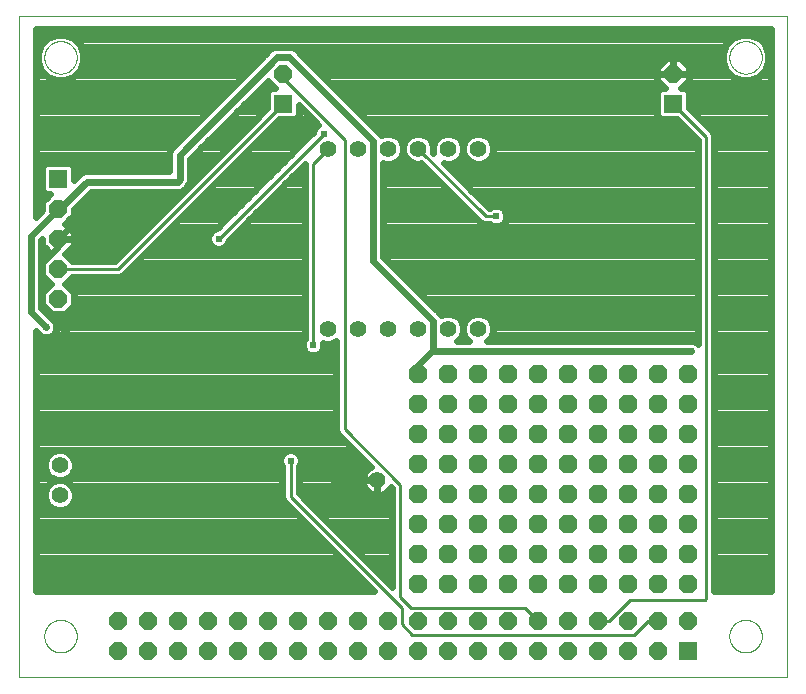
<source format=gtl>
G75*
%MOIN*%
%OFA0B0*%
%FSLAX25Y25*%
%IPPOS*%
%LPD*%
%AMOC8*
5,1,8,0,0,1.08239X$1,22.5*
%
%ADD10C,0.00000*%
%ADD11R,0.06000X0.06000*%
%ADD12OC8,0.06000*%
%ADD13C,0.05600*%
%ADD14C,0.05543*%
%ADD15OC8,0.06300*%
%ADD16C,0.01000*%
%ADD17C,0.02400*%
%ADD18C,0.02400*%
D10*
X0001000Y0001000D02*
X0256906Y0001000D01*
X0256906Y0221472D01*
X0001000Y0221472D01*
X0001000Y0001000D01*
X0009367Y0014780D02*
X0009369Y0014927D01*
X0009375Y0015073D01*
X0009385Y0015219D01*
X0009399Y0015365D01*
X0009417Y0015511D01*
X0009438Y0015656D01*
X0009464Y0015800D01*
X0009494Y0015944D01*
X0009527Y0016086D01*
X0009564Y0016228D01*
X0009605Y0016369D01*
X0009650Y0016508D01*
X0009699Y0016647D01*
X0009751Y0016784D01*
X0009808Y0016919D01*
X0009867Y0017053D01*
X0009931Y0017185D01*
X0009998Y0017315D01*
X0010068Y0017444D01*
X0010142Y0017571D01*
X0010219Y0017695D01*
X0010300Y0017818D01*
X0010384Y0017938D01*
X0010471Y0018056D01*
X0010561Y0018171D01*
X0010654Y0018284D01*
X0010751Y0018395D01*
X0010850Y0018503D01*
X0010952Y0018608D01*
X0011057Y0018710D01*
X0011165Y0018809D01*
X0011276Y0018906D01*
X0011389Y0018999D01*
X0011504Y0019089D01*
X0011622Y0019176D01*
X0011742Y0019260D01*
X0011865Y0019341D01*
X0011989Y0019418D01*
X0012116Y0019492D01*
X0012245Y0019562D01*
X0012375Y0019629D01*
X0012507Y0019693D01*
X0012641Y0019752D01*
X0012776Y0019809D01*
X0012913Y0019861D01*
X0013052Y0019910D01*
X0013191Y0019955D01*
X0013332Y0019996D01*
X0013474Y0020033D01*
X0013616Y0020066D01*
X0013760Y0020096D01*
X0013904Y0020122D01*
X0014049Y0020143D01*
X0014195Y0020161D01*
X0014341Y0020175D01*
X0014487Y0020185D01*
X0014633Y0020191D01*
X0014780Y0020193D01*
X0014927Y0020191D01*
X0015073Y0020185D01*
X0015219Y0020175D01*
X0015365Y0020161D01*
X0015511Y0020143D01*
X0015656Y0020122D01*
X0015800Y0020096D01*
X0015944Y0020066D01*
X0016086Y0020033D01*
X0016228Y0019996D01*
X0016369Y0019955D01*
X0016508Y0019910D01*
X0016647Y0019861D01*
X0016784Y0019809D01*
X0016919Y0019752D01*
X0017053Y0019693D01*
X0017185Y0019629D01*
X0017315Y0019562D01*
X0017444Y0019492D01*
X0017571Y0019418D01*
X0017695Y0019341D01*
X0017818Y0019260D01*
X0017938Y0019176D01*
X0018056Y0019089D01*
X0018171Y0018999D01*
X0018284Y0018906D01*
X0018395Y0018809D01*
X0018503Y0018710D01*
X0018608Y0018608D01*
X0018710Y0018503D01*
X0018809Y0018395D01*
X0018906Y0018284D01*
X0018999Y0018171D01*
X0019089Y0018056D01*
X0019176Y0017938D01*
X0019260Y0017818D01*
X0019341Y0017695D01*
X0019418Y0017571D01*
X0019492Y0017444D01*
X0019562Y0017315D01*
X0019629Y0017185D01*
X0019693Y0017053D01*
X0019752Y0016919D01*
X0019809Y0016784D01*
X0019861Y0016647D01*
X0019910Y0016508D01*
X0019955Y0016369D01*
X0019996Y0016228D01*
X0020033Y0016086D01*
X0020066Y0015944D01*
X0020096Y0015800D01*
X0020122Y0015656D01*
X0020143Y0015511D01*
X0020161Y0015365D01*
X0020175Y0015219D01*
X0020185Y0015073D01*
X0020191Y0014927D01*
X0020193Y0014780D01*
X0020191Y0014633D01*
X0020185Y0014487D01*
X0020175Y0014341D01*
X0020161Y0014195D01*
X0020143Y0014049D01*
X0020122Y0013904D01*
X0020096Y0013760D01*
X0020066Y0013616D01*
X0020033Y0013474D01*
X0019996Y0013332D01*
X0019955Y0013191D01*
X0019910Y0013052D01*
X0019861Y0012913D01*
X0019809Y0012776D01*
X0019752Y0012641D01*
X0019693Y0012507D01*
X0019629Y0012375D01*
X0019562Y0012245D01*
X0019492Y0012116D01*
X0019418Y0011989D01*
X0019341Y0011865D01*
X0019260Y0011742D01*
X0019176Y0011622D01*
X0019089Y0011504D01*
X0018999Y0011389D01*
X0018906Y0011276D01*
X0018809Y0011165D01*
X0018710Y0011057D01*
X0018608Y0010952D01*
X0018503Y0010850D01*
X0018395Y0010751D01*
X0018284Y0010654D01*
X0018171Y0010561D01*
X0018056Y0010471D01*
X0017938Y0010384D01*
X0017818Y0010300D01*
X0017695Y0010219D01*
X0017571Y0010142D01*
X0017444Y0010068D01*
X0017315Y0009998D01*
X0017185Y0009931D01*
X0017053Y0009867D01*
X0016919Y0009808D01*
X0016784Y0009751D01*
X0016647Y0009699D01*
X0016508Y0009650D01*
X0016369Y0009605D01*
X0016228Y0009564D01*
X0016086Y0009527D01*
X0015944Y0009494D01*
X0015800Y0009464D01*
X0015656Y0009438D01*
X0015511Y0009417D01*
X0015365Y0009399D01*
X0015219Y0009385D01*
X0015073Y0009375D01*
X0014927Y0009369D01*
X0014780Y0009367D01*
X0014633Y0009369D01*
X0014487Y0009375D01*
X0014341Y0009385D01*
X0014195Y0009399D01*
X0014049Y0009417D01*
X0013904Y0009438D01*
X0013760Y0009464D01*
X0013616Y0009494D01*
X0013474Y0009527D01*
X0013332Y0009564D01*
X0013191Y0009605D01*
X0013052Y0009650D01*
X0012913Y0009699D01*
X0012776Y0009751D01*
X0012641Y0009808D01*
X0012507Y0009867D01*
X0012375Y0009931D01*
X0012245Y0009998D01*
X0012116Y0010068D01*
X0011989Y0010142D01*
X0011865Y0010219D01*
X0011742Y0010300D01*
X0011622Y0010384D01*
X0011504Y0010471D01*
X0011389Y0010561D01*
X0011276Y0010654D01*
X0011165Y0010751D01*
X0011057Y0010850D01*
X0010952Y0010952D01*
X0010850Y0011057D01*
X0010751Y0011165D01*
X0010654Y0011276D01*
X0010561Y0011389D01*
X0010471Y0011504D01*
X0010384Y0011622D01*
X0010300Y0011742D01*
X0010219Y0011865D01*
X0010142Y0011989D01*
X0010068Y0012116D01*
X0009998Y0012245D01*
X0009931Y0012375D01*
X0009867Y0012507D01*
X0009808Y0012641D01*
X0009751Y0012776D01*
X0009699Y0012913D01*
X0009650Y0013052D01*
X0009605Y0013191D01*
X0009564Y0013332D01*
X0009527Y0013474D01*
X0009494Y0013616D01*
X0009464Y0013760D01*
X0009438Y0013904D01*
X0009417Y0014049D01*
X0009399Y0014195D01*
X0009385Y0014341D01*
X0009375Y0014487D01*
X0009369Y0014633D01*
X0009367Y0014780D01*
X0009367Y0207693D02*
X0009369Y0207840D01*
X0009375Y0207986D01*
X0009385Y0208132D01*
X0009399Y0208278D01*
X0009417Y0208424D01*
X0009438Y0208569D01*
X0009464Y0208713D01*
X0009494Y0208857D01*
X0009527Y0208999D01*
X0009564Y0209141D01*
X0009605Y0209282D01*
X0009650Y0209421D01*
X0009699Y0209560D01*
X0009751Y0209697D01*
X0009808Y0209832D01*
X0009867Y0209966D01*
X0009931Y0210098D01*
X0009998Y0210228D01*
X0010068Y0210357D01*
X0010142Y0210484D01*
X0010219Y0210608D01*
X0010300Y0210731D01*
X0010384Y0210851D01*
X0010471Y0210969D01*
X0010561Y0211084D01*
X0010654Y0211197D01*
X0010751Y0211308D01*
X0010850Y0211416D01*
X0010952Y0211521D01*
X0011057Y0211623D01*
X0011165Y0211722D01*
X0011276Y0211819D01*
X0011389Y0211912D01*
X0011504Y0212002D01*
X0011622Y0212089D01*
X0011742Y0212173D01*
X0011865Y0212254D01*
X0011989Y0212331D01*
X0012116Y0212405D01*
X0012245Y0212475D01*
X0012375Y0212542D01*
X0012507Y0212606D01*
X0012641Y0212665D01*
X0012776Y0212722D01*
X0012913Y0212774D01*
X0013052Y0212823D01*
X0013191Y0212868D01*
X0013332Y0212909D01*
X0013474Y0212946D01*
X0013616Y0212979D01*
X0013760Y0213009D01*
X0013904Y0213035D01*
X0014049Y0213056D01*
X0014195Y0213074D01*
X0014341Y0213088D01*
X0014487Y0213098D01*
X0014633Y0213104D01*
X0014780Y0213106D01*
X0014927Y0213104D01*
X0015073Y0213098D01*
X0015219Y0213088D01*
X0015365Y0213074D01*
X0015511Y0213056D01*
X0015656Y0213035D01*
X0015800Y0213009D01*
X0015944Y0212979D01*
X0016086Y0212946D01*
X0016228Y0212909D01*
X0016369Y0212868D01*
X0016508Y0212823D01*
X0016647Y0212774D01*
X0016784Y0212722D01*
X0016919Y0212665D01*
X0017053Y0212606D01*
X0017185Y0212542D01*
X0017315Y0212475D01*
X0017444Y0212405D01*
X0017571Y0212331D01*
X0017695Y0212254D01*
X0017818Y0212173D01*
X0017938Y0212089D01*
X0018056Y0212002D01*
X0018171Y0211912D01*
X0018284Y0211819D01*
X0018395Y0211722D01*
X0018503Y0211623D01*
X0018608Y0211521D01*
X0018710Y0211416D01*
X0018809Y0211308D01*
X0018906Y0211197D01*
X0018999Y0211084D01*
X0019089Y0210969D01*
X0019176Y0210851D01*
X0019260Y0210731D01*
X0019341Y0210608D01*
X0019418Y0210484D01*
X0019492Y0210357D01*
X0019562Y0210228D01*
X0019629Y0210098D01*
X0019693Y0209966D01*
X0019752Y0209832D01*
X0019809Y0209697D01*
X0019861Y0209560D01*
X0019910Y0209421D01*
X0019955Y0209282D01*
X0019996Y0209141D01*
X0020033Y0208999D01*
X0020066Y0208857D01*
X0020096Y0208713D01*
X0020122Y0208569D01*
X0020143Y0208424D01*
X0020161Y0208278D01*
X0020175Y0208132D01*
X0020185Y0207986D01*
X0020191Y0207840D01*
X0020193Y0207693D01*
X0020191Y0207546D01*
X0020185Y0207400D01*
X0020175Y0207254D01*
X0020161Y0207108D01*
X0020143Y0206962D01*
X0020122Y0206817D01*
X0020096Y0206673D01*
X0020066Y0206529D01*
X0020033Y0206387D01*
X0019996Y0206245D01*
X0019955Y0206104D01*
X0019910Y0205965D01*
X0019861Y0205826D01*
X0019809Y0205689D01*
X0019752Y0205554D01*
X0019693Y0205420D01*
X0019629Y0205288D01*
X0019562Y0205158D01*
X0019492Y0205029D01*
X0019418Y0204902D01*
X0019341Y0204778D01*
X0019260Y0204655D01*
X0019176Y0204535D01*
X0019089Y0204417D01*
X0018999Y0204302D01*
X0018906Y0204189D01*
X0018809Y0204078D01*
X0018710Y0203970D01*
X0018608Y0203865D01*
X0018503Y0203763D01*
X0018395Y0203664D01*
X0018284Y0203567D01*
X0018171Y0203474D01*
X0018056Y0203384D01*
X0017938Y0203297D01*
X0017818Y0203213D01*
X0017695Y0203132D01*
X0017571Y0203055D01*
X0017444Y0202981D01*
X0017315Y0202911D01*
X0017185Y0202844D01*
X0017053Y0202780D01*
X0016919Y0202721D01*
X0016784Y0202664D01*
X0016647Y0202612D01*
X0016508Y0202563D01*
X0016369Y0202518D01*
X0016228Y0202477D01*
X0016086Y0202440D01*
X0015944Y0202407D01*
X0015800Y0202377D01*
X0015656Y0202351D01*
X0015511Y0202330D01*
X0015365Y0202312D01*
X0015219Y0202298D01*
X0015073Y0202288D01*
X0014927Y0202282D01*
X0014780Y0202280D01*
X0014633Y0202282D01*
X0014487Y0202288D01*
X0014341Y0202298D01*
X0014195Y0202312D01*
X0014049Y0202330D01*
X0013904Y0202351D01*
X0013760Y0202377D01*
X0013616Y0202407D01*
X0013474Y0202440D01*
X0013332Y0202477D01*
X0013191Y0202518D01*
X0013052Y0202563D01*
X0012913Y0202612D01*
X0012776Y0202664D01*
X0012641Y0202721D01*
X0012507Y0202780D01*
X0012375Y0202844D01*
X0012245Y0202911D01*
X0012116Y0202981D01*
X0011989Y0203055D01*
X0011865Y0203132D01*
X0011742Y0203213D01*
X0011622Y0203297D01*
X0011504Y0203384D01*
X0011389Y0203474D01*
X0011276Y0203567D01*
X0011165Y0203664D01*
X0011057Y0203763D01*
X0010952Y0203865D01*
X0010850Y0203970D01*
X0010751Y0204078D01*
X0010654Y0204189D01*
X0010561Y0204302D01*
X0010471Y0204417D01*
X0010384Y0204535D01*
X0010300Y0204655D01*
X0010219Y0204778D01*
X0010142Y0204902D01*
X0010068Y0205029D01*
X0009998Y0205158D01*
X0009931Y0205288D01*
X0009867Y0205420D01*
X0009808Y0205554D01*
X0009751Y0205689D01*
X0009699Y0205826D01*
X0009650Y0205965D01*
X0009605Y0206104D01*
X0009564Y0206245D01*
X0009527Y0206387D01*
X0009494Y0206529D01*
X0009464Y0206673D01*
X0009438Y0206817D01*
X0009417Y0206962D01*
X0009399Y0207108D01*
X0009385Y0207254D01*
X0009375Y0207400D01*
X0009369Y0207546D01*
X0009367Y0207693D01*
X0237713Y0207693D02*
X0237715Y0207840D01*
X0237721Y0207986D01*
X0237731Y0208132D01*
X0237745Y0208278D01*
X0237763Y0208424D01*
X0237784Y0208569D01*
X0237810Y0208713D01*
X0237840Y0208857D01*
X0237873Y0208999D01*
X0237910Y0209141D01*
X0237951Y0209282D01*
X0237996Y0209421D01*
X0238045Y0209560D01*
X0238097Y0209697D01*
X0238154Y0209832D01*
X0238213Y0209966D01*
X0238277Y0210098D01*
X0238344Y0210228D01*
X0238414Y0210357D01*
X0238488Y0210484D01*
X0238565Y0210608D01*
X0238646Y0210731D01*
X0238730Y0210851D01*
X0238817Y0210969D01*
X0238907Y0211084D01*
X0239000Y0211197D01*
X0239097Y0211308D01*
X0239196Y0211416D01*
X0239298Y0211521D01*
X0239403Y0211623D01*
X0239511Y0211722D01*
X0239622Y0211819D01*
X0239735Y0211912D01*
X0239850Y0212002D01*
X0239968Y0212089D01*
X0240088Y0212173D01*
X0240211Y0212254D01*
X0240335Y0212331D01*
X0240462Y0212405D01*
X0240591Y0212475D01*
X0240721Y0212542D01*
X0240853Y0212606D01*
X0240987Y0212665D01*
X0241122Y0212722D01*
X0241259Y0212774D01*
X0241398Y0212823D01*
X0241537Y0212868D01*
X0241678Y0212909D01*
X0241820Y0212946D01*
X0241962Y0212979D01*
X0242106Y0213009D01*
X0242250Y0213035D01*
X0242395Y0213056D01*
X0242541Y0213074D01*
X0242687Y0213088D01*
X0242833Y0213098D01*
X0242979Y0213104D01*
X0243126Y0213106D01*
X0243273Y0213104D01*
X0243419Y0213098D01*
X0243565Y0213088D01*
X0243711Y0213074D01*
X0243857Y0213056D01*
X0244002Y0213035D01*
X0244146Y0213009D01*
X0244290Y0212979D01*
X0244432Y0212946D01*
X0244574Y0212909D01*
X0244715Y0212868D01*
X0244854Y0212823D01*
X0244993Y0212774D01*
X0245130Y0212722D01*
X0245265Y0212665D01*
X0245399Y0212606D01*
X0245531Y0212542D01*
X0245661Y0212475D01*
X0245790Y0212405D01*
X0245917Y0212331D01*
X0246041Y0212254D01*
X0246164Y0212173D01*
X0246284Y0212089D01*
X0246402Y0212002D01*
X0246517Y0211912D01*
X0246630Y0211819D01*
X0246741Y0211722D01*
X0246849Y0211623D01*
X0246954Y0211521D01*
X0247056Y0211416D01*
X0247155Y0211308D01*
X0247252Y0211197D01*
X0247345Y0211084D01*
X0247435Y0210969D01*
X0247522Y0210851D01*
X0247606Y0210731D01*
X0247687Y0210608D01*
X0247764Y0210484D01*
X0247838Y0210357D01*
X0247908Y0210228D01*
X0247975Y0210098D01*
X0248039Y0209966D01*
X0248098Y0209832D01*
X0248155Y0209697D01*
X0248207Y0209560D01*
X0248256Y0209421D01*
X0248301Y0209282D01*
X0248342Y0209141D01*
X0248379Y0208999D01*
X0248412Y0208857D01*
X0248442Y0208713D01*
X0248468Y0208569D01*
X0248489Y0208424D01*
X0248507Y0208278D01*
X0248521Y0208132D01*
X0248531Y0207986D01*
X0248537Y0207840D01*
X0248539Y0207693D01*
X0248537Y0207546D01*
X0248531Y0207400D01*
X0248521Y0207254D01*
X0248507Y0207108D01*
X0248489Y0206962D01*
X0248468Y0206817D01*
X0248442Y0206673D01*
X0248412Y0206529D01*
X0248379Y0206387D01*
X0248342Y0206245D01*
X0248301Y0206104D01*
X0248256Y0205965D01*
X0248207Y0205826D01*
X0248155Y0205689D01*
X0248098Y0205554D01*
X0248039Y0205420D01*
X0247975Y0205288D01*
X0247908Y0205158D01*
X0247838Y0205029D01*
X0247764Y0204902D01*
X0247687Y0204778D01*
X0247606Y0204655D01*
X0247522Y0204535D01*
X0247435Y0204417D01*
X0247345Y0204302D01*
X0247252Y0204189D01*
X0247155Y0204078D01*
X0247056Y0203970D01*
X0246954Y0203865D01*
X0246849Y0203763D01*
X0246741Y0203664D01*
X0246630Y0203567D01*
X0246517Y0203474D01*
X0246402Y0203384D01*
X0246284Y0203297D01*
X0246164Y0203213D01*
X0246041Y0203132D01*
X0245917Y0203055D01*
X0245790Y0202981D01*
X0245661Y0202911D01*
X0245531Y0202844D01*
X0245399Y0202780D01*
X0245265Y0202721D01*
X0245130Y0202664D01*
X0244993Y0202612D01*
X0244854Y0202563D01*
X0244715Y0202518D01*
X0244574Y0202477D01*
X0244432Y0202440D01*
X0244290Y0202407D01*
X0244146Y0202377D01*
X0244002Y0202351D01*
X0243857Y0202330D01*
X0243711Y0202312D01*
X0243565Y0202298D01*
X0243419Y0202288D01*
X0243273Y0202282D01*
X0243126Y0202280D01*
X0242979Y0202282D01*
X0242833Y0202288D01*
X0242687Y0202298D01*
X0242541Y0202312D01*
X0242395Y0202330D01*
X0242250Y0202351D01*
X0242106Y0202377D01*
X0241962Y0202407D01*
X0241820Y0202440D01*
X0241678Y0202477D01*
X0241537Y0202518D01*
X0241398Y0202563D01*
X0241259Y0202612D01*
X0241122Y0202664D01*
X0240987Y0202721D01*
X0240853Y0202780D01*
X0240721Y0202844D01*
X0240591Y0202911D01*
X0240462Y0202981D01*
X0240335Y0203055D01*
X0240211Y0203132D01*
X0240088Y0203213D01*
X0239968Y0203297D01*
X0239850Y0203384D01*
X0239735Y0203474D01*
X0239622Y0203567D01*
X0239511Y0203664D01*
X0239403Y0203763D01*
X0239298Y0203865D01*
X0239196Y0203970D01*
X0239097Y0204078D01*
X0239000Y0204189D01*
X0238907Y0204302D01*
X0238817Y0204417D01*
X0238730Y0204535D01*
X0238646Y0204655D01*
X0238565Y0204778D01*
X0238488Y0204902D01*
X0238414Y0205029D01*
X0238344Y0205158D01*
X0238277Y0205288D01*
X0238213Y0205420D01*
X0238154Y0205554D01*
X0238097Y0205689D01*
X0238045Y0205826D01*
X0237996Y0205965D01*
X0237951Y0206104D01*
X0237910Y0206245D01*
X0237873Y0206387D01*
X0237840Y0206529D01*
X0237810Y0206673D01*
X0237784Y0206817D01*
X0237763Y0206962D01*
X0237745Y0207108D01*
X0237731Y0207254D01*
X0237721Y0207400D01*
X0237715Y0207546D01*
X0237713Y0207693D01*
X0237713Y0014780D02*
X0237715Y0014927D01*
X0237721Y0015073D01*
X0237731Y0015219D01*
X0237745Y0015365D01*
X0237763Y0015511D01*
X0237784Y0015656D01*
X0237810Y0015800D01*
X0237840Y0015944D01*
X0237873Y0016086D01*
X0237910Y0016228D01*
X0237951Y0016369D01*
X0237996Y0016508D01*
X0238045Y0016647D01*
X0238097Y0016784D01*
X0238154Y0016919D01*
X0238213Y0017053D01*
X0238277Y0017185D01*
X0238344Y0017315D01*
X0238414Y0017444D01*
X0238488Y0017571D01*
X0238565Y0017695D01*
X0238646Y0017818D01*
X0238730Y0017938D01*
X0238817Y0018056D01*
X0238907Y0018171D01*
X0239000Y0018284D01*
X0239097Y0018395D01*
X0239196Y0018503D01*
X0239298Y0018608D01*
X0239403Y0018710D01*
X0239511Y0018809D01*
X0239622Y0018906D01*
X0239735Y0018999D01*
X0239850Y0019089D01*
X0239968Y0019176D01*
X0240088Y0019260D01*
X0240211Y0019341D01*
X0240335Y0019418D01*
X0240462Y0019492D01*
X0240591Y0019562D01*
X0240721Y0019629D01*
X0240853Y0019693D01*
X0240987Y0019752D01*
X0241122Y0019809D01*
X0241259Y0019861D01*
X0241398Y0019910D01*
X0241537Y0019955D01*
X0241678Y0019996D01*
X0241820Y0020033D01*
X0241962Y0020066D01*
X0242106Y0020096D01*
X0242250Y0020122D01*
X0242395Y0020143D01*
X0242541Y0020161D01*
X0242687Y0020175D01*
X0242833Y0020185D01*
X0242979Y0020191D01*
X0243126Y0020193D01*
X0243273Y0020191D01*
X0243419Y0020185D01*
X0243565Y0020175D01*
X0243711Y0020161D01*
X0243857Y0020143D01*
X0244002Y0020122D01*
X0244146Y0020096D01*
X0244290Y0020066D01*
X0244432Y0020033D01*
X0244574Y0019996D01*
X0244715Y0019955D01*
X0244854Y0019910D01*
X0244993Y0019861D01*
X0245130Y0019809D01*
X0245265Y0019752D01*
X0245399Y0019693D01*
X0245531Y0019629D01*
X0245661Y0019562D01*
X0245790Y0019492D01*
X0245917Y0019418D01*
X0246041Y0019341D01*
X0246164Y0019260D01*
X0246284Y0019176D01*
X0246402Y0019089D01*
X0246517Y0018999D01*
X0246630Y0018906D01*
X0246741Y0018809D01*
X0246849Y0018710D01*
X0246954Y0018608D01*
X0247056Y0018503D01*
X0247155Y0018395D01*
X0247252Y0018284D01*
X0247345Y0018171D01*
X0247435Y0018056D01*
X0247522Y0017938D01*
X0247606Y0017818D01*
X0247687Y0017695D01*
X0247764Y0017571D01*
X0247838Y0017444D01*
X0247908Y0017315D01*
X0247975Y0017185D01*
X0248039Y0017053D01*
X0248098Y0016919D01*
X0248155Y0016784D01*
X0248207Y0016647D01*
X0248256Y0016508D01*
X0248301Y0016369D01*
X0248342Y0016228D01*
X0248379Y0016086D01*
X0248412Y0015944D01*
X0248442Y0015800D01*
X0248468Y0015656D01*
X0248489Y0015511D01*
X0248507Y0015365D01*
X0248521Y0015219D01*
X0248531Y0015073D01*
X0248537Y0014927D01*
X0248539Y0014780D01*
X0248537Y0014633D01*
X0248531Y0014487D01*
X0248521Y0014341D01*
X0248507Y0014195D01*
X0248489Y0014049D01*
X0248468Y0013904D01*
X0248442Y0013760D01*
X0248412Y0013616D01*
X0248379Y0013474D01*
X0248342Y0013332D01*
X0248301Y0013191D01*
X0248256Y0013052D01*
X0248207Y0012913D01*
X0248155Y0012776D01*
X0248098Y0012641D01*
X0248039Y0012507D01*
X0247975Y0012375D01*
X0247908Y0012245D01*
X0247838Y0012116D01*
X0247764Y0011989D01*
X0247687Y0011865D01*
X0247606Y0011742D01*
X0247522Y0011622D01*
X0247435Y0011504D01*
X0247345Y0011389D01*
X0247252Y0011276D01*
X0247155Y0011165D01*
X0247056Y0011057D01*
X0246954Y0010952D01*
X0246849Y0010850D01*
X0246741Y0010751D01*
X0246630Y0010654D01*
X0246517Y0010561D01*
X0246402Y0010471D01*
X0246284Y0010384D01*
X0246164Y0010300D01*
X0246041Y0010219D01*
X0245917Y0010142D01*
X0245790Y0010068D01*
X0245661Y0009998D01*
X0245531Y0009931D01*
X0245399Y0009867D01*
X0245265Y0009808D01*
X0245130Y0009751D01*
X0244993Y0009699D01*
X0244854Y0009650D01*
X0244715Y0009605D01*
X0244574Y0009564D01*
X0244432Y0009527D01*
X0244290Y0009494D01*
X0244146Y0009464D01*
X0244002Y0009438D01*
X0243857Y0009417D01*
X0243711Y0009399D01*
X0243565Y0009385D01*
X0243419Y0009375D01*
X0243273Y0009369D01*
X0243126Y0009367D01*
X0242979Y0009369D01*
X0242833Y0009375D01*
X0242687Y0009385D01*
X0242541Y0009399D01*
X0242395Y0009417D01*
X0242250Y0009438D01*
X0242106Y0009464D01*
X0241962Y0009494D01*
X0241820Y0009527D01*
X0241678Y0009564D01*
X0241537Y0009605D01*
X0241398Y0009650D01*
X0241259Y0009699D01*
X0241122Y0009751D01*
X0240987Y0009808D01*
X0240853Y0009867D01*
X0240721Y0009931D01*
X0240591Y0009998D01*
X0240462Y0010068D01*
X0240335Y0010142D01*
X0240211Y0010219D01*
X0240088Y0010300D01*
X0239968Y0010384D01*
X0239850Y0010471D01*
X0239735Y0010561D01*
X0239622Y0010654D01*
X0239511Y0010751D01*
X0239403Y0010850D01*
X0239298Y0010952D01*
X0239196Y0011057D01*
X0239097Y0011165D01*
X0239000Y0011276D01*
X0238907Y0011389D01*
X0238817Y0011504D01*
X0238730Y0011622D01*
X0238646Y0011742D01*
X0238565Y0011865D01*
X0238488Y0011989D01*
X0238414Y0012116D01*
X0238344Y0012245D01*
X0238277Y0012375D01*
X0238213Y0012507D01*
X0238154Y0012641D01*
X0238097Y0012776D01*
X0238045Y0012913D01*
X0237996Y0013052D01*
X0237951Y0013191D01*
X0237910Y0013332D01*
X0237873Y0013474D01*
X0237840Y0013616D01*
X0237810Y0013760D01*
X0237784Y0013904D01*
X0237763Y0014049D01*
X0237745Y0014195D01*
X0237731Y0014341D01*
X0237721Y0014487D01*
X0237715Y0014633D01*
X0237713Y0014780D01*
D11*
X0223953Y0009780D03*
X0013953Y0167280D03*
X0088953Y0192280D03*
X0218953Y0192280D03*
D12*
X0218953Y0202280D03*
X0088953Y0202280D03*
X0013953Y0157280D03*
X0013953Y0147280D03*
X0013953Y0137280D03*
X0013953Y0127280D03*
X0033953Y0019780D03*
X0043953Y0019780D03*
X0053953Y0019780D03*
X0063953Y0019780D03*
X0073953Y0019780D03*
X0083953Y0019780D03*
X0093953Y0019780D03*
X0103953Y0019780D03*
X0113953Y0019780D03*
X0123953Y0019780D03*
X0133953Y0019780D03*
X0143953Y0019780D03*
X0153953Y0019780D03*
X0163953Y0019780D03*
X0173953Y0019780D03*
X0183953Y0019780D03*
X0193953Y0019780D03*
X0203953Y0019780D03*
X0213953Y0019780D03*
X0223953Y0019780D03*
X0213953Y0009780D03*
X0203953Y0009780D03*
X0193953Y0009780D03*
X0183953Y0009780D03*
X0173953Y0009780D03*
X0163953Y0009780D03*
X0153953Y0009780D03*
X0143953Y0009780D03*
X0133953Y0009780D03*
X0123953Y0009780D03*
X0113953Y0009780D03*
X0103953Y0009780D03*
X0093953Y0009780D03*
X0083953Y0009780D03*
X0073953Y0009780D03*
X0063953Y0009780D03*
X0053953Y0009780D03*
X0043953Y0009780D03*
X0033953Y0009780D03*
D13*
X0103953Y0117280D03*
X0113953Y0117280D03*
X0123953Y0117280D03*
X0133953Y0117280D03*
X0143953Y0117280D03*
X0153953Y0117280D03*
X0153953Y0177280D03*
X0143953Y0177280D03*
X0133953Y0177280D03*
X0123953Y0177280D03*
X0113953Y0177280D03*
X0103953Y0177280D03*
D14*
X0014500Y0071780D03*
X0014500Y0061780D03*
X0120406Y0066780D03*
D15*
X0133953Y0062280D03*
X0143953Y0062280D03*
X0153953Y0062280D03*
X0163953Y0062280D03*
X0173953Y0062280D03*
X0183953Y0062280D03*
X0193953Y0062280D03*
X0203953Y0062280D03*
X0213953Y0062280D03*
X0223953Y0062280D03*
X0223953Y0052280D03*
X0213953Y0052280D03*
X0203953Y0052280D03*
X0193953Y0052280D03*
X0183953Y0052280D03*
X0173953Y0052280D03*
X0163953Y0052280D03*
X0153953Y0052280D03*
X0143953Y0052280D03*
X0133953Y0052280D03*
X0133953Y0042280D03*
X0143953Y0042280D03*
X0153953Y0042280D03*
X0163953Y0042280D03*
X0173953Y0042280D03*
X0183953Y0042280D03*
X0193953Y0042280D03*
X0203953Y0042280D03*
X0213953Y0042280D03*
X0223953Y0042280D03*
X0223953Y0032280D03*
X0213953Y0032280D03*
X0203953Y0032280D03*
X0193953Y0032280D03*
X0183953Y0032280D03*
X0173953Y0032280D03*
X0163953Y0032280D03*
X0153953Y0032280D03*
X0143953Y0032280D03*
X0133953Y0032280D03*
X0133953Y0072280D03*
X0133953Y0082280D03*
X0143953Y0082280D03*
X0153953Y0082280D03*
X0163953Y0082280D03*
X0173953Y0082280D03*
X0183953Y0082280D03*
X0193953Y0082280D03*
X0203953Y0082280D03*
X0213953Y0082280D03*
X0223953Y0082280D03*
X0223953Y0072280D03*
X0213953Y0072280D03*
X0203953Y0072280D03*
X0193953Y0072280D03*
X0183953Y0072280D03*
X0173953Y0072280D03*
X0163953Y0072280D03*
X0153953Y0072280D03*
X0143953Y0072280D03*
X0143953Y0092280D03*
X0143953Y0102280D03*
X0153953Y0102280D03*
X0163953Y0102280D03*
X0173953Y0102280D03*
X0183953Y0102280D03*
X0193953Y0102280D03*
X0203953Y0102280D03*
X0213953Y0102280D03*
X0223953Y0102280D03*
X0223953Y0092280D03*
X0213953Y0092280D03*
X0203953Y0092280D03*
X0193953Y0092280D03*
X0183953Y0092280D03*
X0173953Y0092280D03*
X0163953Y0092280D03*
X0153953Y0092280D03*
X0133953Y0092280D03*
X0133953Y0102280D03*
D16*
X0109453Y0083780D02*
X0127953Y0065280D01*
X0127953Y0027780D01*
X0131453Y0024280D01*
X0169453Y0024280D01*
X0173953Y0019780D01*
X0193953Y0019780D02*
X0197453Y0019780D01*
X0204453Y0026780D01*
X0229453Y0026780D01*
X0229953Y0027280D01*
X0229953Y0181280D01*
X0218953Y0192280D01*
X0159953Y0154780D02*
X0156453Y0154780D01*
X0133953Y0177280D01*
X0109453Y0180280D02*
X0109453Y0083780D01*
X0091453Y0073280D02*
X0091453Y0061280D01*
X0128453Y0024280D01*
X0128453Y0018780D01*
X0131953Y0015280D01*
X0205953Y0015280D01*
X0210453Y0019780D01*
X0213953Y0019780D01*
X0098953Y0111780D02*
X0098953Y0172280D01*
X0103953Y0177280D01*
X0102453Y0182280D02*
X0067453Y0147280D01*
X0033953Y0137280D02*
X0013953Y0137280D01*
X0033953Y0137280D02*
X0088953Y0192280D01*
X0088953Y0200780D02*
X0109453Y0180280D01*
X0088953Y0200780D02*
X0088953Y0202280D01*
D17*
X0102453Y0182280D03*
X0062453Y0169780D03*
X0053953Y0166280D03*
X0067453Y0147280D03*
X0025953Y0152280D03*
X0019453Y0156780D03*
X0009953Y0117780D03*
X0028453Y0104280D03*
X0091453Y0073280D03*
X0105953Y0066780D03*
X0098953Y0111780D03*
X0159953Y0154780D03*
X0224953Y0109780D03*
D18*
X0138953Y0109780D01*
X0138953Y0119780D01*
X0118953Y0139780D01*
X0118953Y0179780D01*
X0090953Y0207780D01*
X0086953Y0207780D01*
X0054453Y0175280D01*
X0054453Y0167280D01*
X0053953Y0166280D01*
X0023453Y0166280D01*
X0014953Y0157780D01*
X0013953Y0157280D01*
X0004953Y0148280D01*
X0004953Y0122780D01*
X0009953Y0117780D01*
X0012430Y0120111D02*
X0096253Y0120111D01*
X0096253Y0117713D02*
X0013353Y0117713D01*
X0013353Y0117103D02*
X0013353Y0118456D01*
X0012835Y0119705D01*
X0008353Y0124188D01*
X0008353Y0146871D01*
X0008753Y0147271D01*
X0008753Y0145126D01*
X0011599Y0142280D01*
X0008753Y0139433D01*
X0008753Y0135126D01*
X0011599Y0132280D01*
X0008753Y0129433D01*
X0008753Y0125126D01*
X0011799Y0122080D01*
X0016107Y0122080D01*
X0019153Y0125126D01*
X0019153Y0129433D01*
X0016307Y0132280D01*
X0018607Y0134580D01*
X0034490Y0134580D01*
X0035482Y0134991D01*
X0036242Y0135750D01*
X0087571Y0187080D01*
X0092864Y0187080D01*
X0094153Y0188368D01*
X0094153Y0191761D01*
X0100686Y0185228D01*
X0100527Y0185162D01*
X0099570Y0184205D01*
X0099053Y0182956D01*
X0099053Y0182698D01*
X0067034Y0150680D01*
X0066776Y0150680D01*
X0065527Y0150162D01*
X0064570Y0149205D01*
X0064053Y0147956D01*
X0064053Y0146603D01*
X0064570Y0145354D01*
X0065527Y0144397D01*
X0066776Y0143880D01*
X0068129Y0143880D01*
X0069379Y0144397D01*
X0070335Y0145354D01*
X0070853Y0146603D01*
X0070853Y0146861D01*
X0096253Y0172261D01*
X0096253Y0113888D01*
X0096070Y0113705D01*
X0095553Y0112456D01*
X0095553Y0111103D01*
X0096070Y0109854D01*
X0097027Y0108897D01*
X0098276Y0108380D01*
X0099629Y0108380D01*
X0100879Y0108897D01*
X0101835Y0109854D01*
X0102353Y0111103D01*
X0102353Y0112456D01*
X0102315Y0112546D01*
X0102958Y0112280D01*
X0104947Y0112280D01*
X0106753Y0113027D01*
X0106753Y0083242D01*
X0107164Y0082250D01*
X0118186Y0071228D01*
X0117800Y0071032D01*
X0117167Y0070572D01*
X0116613Y0070018D01*
X0116153Y0069385D01*
X0115798Y0068688D01*
X0115556Y0067944D01*
X0115434Y0067171D01*
X0115434Y0066780D01*
X0120405Y0066780D01*
X0120405Y0066779D01*
X0120406Y0066779D01*
X0120406Y0061808D01*
X0120797Y0061808D01*
X0121570Y0061930D01*
X0122314Y0062172D01*
X0123011Y0062527D01*
X0123644Y0062987D01*
X0124198Y0063541D01*
X0124658Y0064174D01*
X0124854Y0064560D01*
X0125253Y0064161D01*
X0125253Y0031298D01*
X0094153Y0062398D01*
X0094153Y0071171D01*
X0094335Y0071354D01*
X0094853Y0072603D01*
X0094853Y0073956D01*
X0094335Y0075205D01*
X0093379Y0076162D01*
X0092129Y0076680D01*
X0090776Y0076680D01*
X0089527Y0076162D01*
X0088570Y0075205D01*
X0088053Y0073956D01*
X0088053Y0072603D01*
X0088570Y0071354D01*
X0088753Y0071171D01*
X0088753Y0060742D01*
X0089164Y0059750D01*
X0089923Y0058991D01*
X0119134Y0029780D01*
X0006453Y0029780D01*
X0006453Y0116471D01*
X0008027Y0114897D01*
X0009276Y0114380D01*
X0010629Y0114380D01*
X0011879Y0114897D01*
X0012835Y0115854D01*
X0013353Y0117103D01*
X0012296Y0115314D02*
X0096253Y0115314D01*
X0095743Y0112916D02*
X0006453Y0112916D01*
X0006453Y0115314D02*
X0007610Y0115314D01*
X0006453Y0110517D02*
X0095796Y0110517D01*
X0102110Y0110517D02*
X0106753Y0110517D01*
X0106753Y0108118D02*
X0006453Y0108118D01*
X0006453Y0105720D02*
X0106753Y0105720D01*
X0106753Y0103321D02*
X0006453Y0103321D01*
X0006453Y0100923D02*
X0106753Y0100923D01*
X0106753Y0098524D02*
X0006453Y0098524D01*
X0006453Y0096126D02*
X0106753Y0096126D01*
X0106753Y0093727D02*
X0006453Y0093727D01*
X0006453Y0091329D02*
X0106753Y0091329D01*
X0106753Y0088930D02*
X0006453Y0088930D01*
X0006453Y0086532D02*
X0106753Y0086532D01*
X0106753Y0084133D02*
X0006453Y0084133D01*
X0006453Y0081735D02*
X0107679Y0081735D01*
X0110078Y0079336D02*
X0006453Y0079336D01*
X0006453Y0076938D02*
X0112476Y0076938D01*
X0114875Y0074539D02*
X0094611Y0074539D01*
X0094661Y0072141D02*
X0117273Y0072141D01*
X0116413Y0069742D02*
X0094153Y0069742D01*
X0094153Y0067344D02*
X0115461Y0067344D01*
X0115434Y0066779D02*
X0115434Y0066388D01*
X0115556Y0065615D01*
X0115798Y0064871D01*
X0116153Y0064174D01*
X0116613Y0063541D01*
X0117167Y0062987D01*
X0117800Y0062527D01*
X0118497Y0062172D01*
X0119241Y0061930D01*
X0120014Y0061808D01*
X0120405Y0061808D01*
X0120405Y0066779D01*
X0115434Y0066779D01*
X0115774Y0064945D02*
X0094153Y0064945D01*
X0094153Y0062547D02*
X0117773Y0062547D01*
X0120405Y0062547D02*
X0120406Y0062547D01*
X0120405Y0064945D02*
X0120406Y0064945D01*
X0120406Y0066780D02*
X0105953Y0066780D01*
X0096402Y0060148D02*
X0125253Y0060148D01*
X0125253Y0062547D02*
X0123038Y0062547D01*
X0125253Y0057750D02*
X0098801Y0057750D01*
X0101199Y0055351D02*
X0125253Y0055351D01*
X0125253Y0052953D02*
X0103598Y0052953D01*
X0105996Y0050554D02*
X0125253Y0050554D01*
X0125253Y0048156D02*
X0108395Y0048156D01*
X0110793Y0045757D02*
X0125253Y0045757D01*
X0125253Y0043359D02*
X0113192Y0043359D01*
X0115590Y0040960D02*
X0125253Y0040960D01*
X0125253Y0038562D02*
X0117989Y0038562D01*
X0120387Y0036163D02*
X0125253Y0036163D01*
X0125253Y0033765D02*
X0122786Y0033765D01*
X0125185Y0031366D02*
X0125253Y0031366D01*
X0117548Y0031366D02*
X0006453Y0031366D01*
X0006453Y0033765D02*
X0115149Y0033765D01*
X0112751Y0036163D02*
X0006453Y0036163D01*
X0006453Y0038562D02*
X0110352Y0038562D01*
X0107954Y0040960D02*
X0006453Y0040960D01*
X0006453Y0043359D02*
X0105555Y0043359D01*
X0103157Y0045757D02*
X0006453Y0045757D01*
X0006453Y0048156D02*
X0100758Y0048156D01*
X0098360Y0050554D02*
X0006453Y0050554D01*
X0006453Y0052953D02*
X0095961Y0052953D01*
X0093563Y0055351D02*
X0006453Y0055351D01*
X0006453Y0057750D02*
X0011499Y0057750D01*
X0011684Y0057565D02*
X0013511Y0056808D01*
X0015489Y0056808D01*
X0017316Y0057565D01*
X0018715Y0058963D01*
X0019472Y0060791D01*
X0019472Y0062768D01*
X0018715Y0064596D01*
X0017316Y0065994D01*
X0015489Y0066751D01*
X0013511Y0066751D01*
X0011684Y0065994D01*
X0010285Y0064596D01*
X0009528Y0062768D01*
X0009528Y0060791D01*
X0010285Y0058963D01*
X0011684Y0057565D01*
X0009794Y0060148D02*
X0006453Y0060148D01*
X0006453Y0062547D02*
X0009528Y0062547D01*
X0010635Y0064945D02*
X0006453Y0064945D01*
X0006453Y0067344D02*
X0012217Y0067344D01*
X0011684Y0067565D02*
X0013511Y0066808D01*
X0015489Y0066808D01*
X0017316Y0067565D01*
X0018715Y0068963D01*
X0019472Y0070791D01*
X0019472Y0072768D01*
X0018715Y0074596D01*
X0017316Y0075994D01*
X0015489Y0076751D01*
X0013511Y0076751D01*
X0011684Y0075994D01*
X0010285Y0074596D01*
X0009528Y0072768D01*
X0009528Y0070791D01*
X0010285Y0068963D01*
X0011684Y0067565D01*
X0009963Y0069742D02*
X0006453Y0069742D01*
X0006453Y0072141D02*
X0009528Y0072141D01*
X0010262Y0074539D02*
X0006453Y0074539D01*
X0016783Y0067344D02*
X0088753Y0067344D01*
X0088753Y0069742D02*
X0019037Y0069742D01*
X0019472Y0072141D02*
X0088244Y0072141D01*
X0088294Y0074539D02*
X0018738Y0074539D01*
X0018365Y0064945D02*
X0088753Y0064945D01*
X0088753Y0062547D02*
X0019472Y0062547D01*
X0019206Y0060148D02*
X0088999Y0060148D01*
X0091164Y0057750D02*
X0017501Y0057750D01*
X0028453Y0104280D02*
X0008453Y0124280D01*
X0008453Y0139280D01*
X0013453Y0144280D01*
X0013453Y0146280D01*
X0013953Y0147280D01*
X0019153Y0147280D01*
X0019153Y0149433D01*
X0016307Y0152280D01*
X0019153Y0155126D01*
X0019153Y0157171D01*
X0024861Y0162880D01*
X0053832Y0162880D01*
X0054386Y0162840D01*
X0054505Y0162880D01*
X0054629Y0162880D01*
X0055142Y0163092D01*
X0055670Y0163268D01*
X0055764Y0163349D01*
X0055879Y0163397D01*
X0056272Y0163790D01*
X0056691Y0164154D01*
X0056747Y0164266D01*
X0056835Y0164354D01*
X0057048Y0164867D01*
X0057247Y0165266D01*
X0057335Y0165354D01*
X0057548Y0165867D01*
X0057796Y0166364D01*
X0057805Y0166488D01*
X0057853Y0166603D01*
X0057853Y0167159D01*
X0057892Y0167713D01*
X0057853Y0167831D01*
X0057853Y0173871D01*
X0083930Y0199948D01*
X0086399Y0197480D01*
X0085041Y0197480D01*
X0083753Y0196191D01*
X0083753Y0190898D01*
X0032834Y0139980D01*
X0018607Y0139980D01*
X0016307Y0142280D01*
X0019153Y0145126D01*
X0019153Y0147279D01*
X0013953Y0147279D01*
X0013953Y0147280D01*
X0019453Y0152780D01*
X0020453Y0152280D01*
X0025953Y0152280D01*
X0026953Y0152780D01*
X0045453Y0152780D01*
X0062453Y0169780D01*
X0063335Y0170480D02*
X0057853Y0170480D01*
X0057853Y0172878D02*
X0065733Y0172878D01*
X0068132Y0175277D02*
X0059258Y0175277D01*
X0061657Y0177675D02*
X0070530Y0177675D01*
X0072929Y0180074D02*
X0064055Y0180074D01*
X0066454Y0182472D02*
X0075327Y0182472D01*
X0077726Y0184871D02*
X0068852Y0184871D01*
X0071251Y0187269D02*
X0080124Y0187269D01*
X0082523Y0189668D02*
X0073649Y0189668D01*
X0076048Y0192066D02*
X0083753Y0192066D01*
X0083753Y0194465D02*
X0078446Y0194465D01*
X0080845Y0196863D02*
X0084425Y0196863D01*
X0084616Y0199262D02*
X0083243Y0199262D01*
X0078424Y0204059D02*
X0021515Y0204059D01*
X0021234Y0203380D02*
X0022393Y0206179D01*
X0022393Y0209207D01*
X0021234Y0212006D01*
X0019092Y0214147D01*
X0016294Y0215306D01*
X0013265Y0215306D01*
X0010467Y0214147D01*
X0008325Y0212006D01*
X0007166Y0209207D01*
X0007166Y0206179D01*
X0008325Y0203380D01*
X0010467Y0201239D01*
X0013265Y0200080D01*
X0016294Y0200080D01*
X0019092Y0201239D01*
X0021234Y0203380D01*
X0019514Y0201660D02*
X0076025Y0201660D01*
X0073627Y0199262D02*
X0006453Y0199262D01*
X0006453Y0201660D02*
X0010045Y0201660D01*
X0008044Y0204059D02*
X0006453Y0204059D01*
X0006453Y0206457D02*
X0007166Y0206457D01*
X0007166Y0208856D02*
X0006453Y0208856D01*
X0006453Y0211254D02*
X0008014Y0211254D01*
X0006453Y0213653D02*
X0009973Y0213653D01*
X0006453Y0216052D02*
X0251453Y0216052D01*
X0251453Y0217280D02*
X0251453Y0029780D01*
X0232653Y0029780D01*
X0232653Y0181817D01*
X0232242Y0182809D01*
X0224153Y0190898D01*
X0224153Y0196191D01*
X0222864Y0197480D01*
X0221507Y0197480D01*
X0224153Y0200126D01*
X0224153Y0202279D01*
X0218953Y0202279D01*
X0218953Y0202280D01*
X0218953Y0202280D01*
X0218953Y0207480D01*
X0221107Y0207480D01*
X0224153Y0204433D01*
X0224153Y0202280D01*
X0218953Y0202280D01*
X0218953Y0207480D01*
X0216799Y0207480D01*
X0213753Y0204433D01*
X0213753Y0202280D01*
X0218953Y0202280D01*
X0218953Y0202279D01*
X0213753Y0202279D01*
X0213753Y0200126D01*
X0216399Y0197480D01*
X0215041Y0197480D01*
X0213753Y0196191D01*
X0213753Y0188368D01*
X0215041Y0187080D01*
X0220334Y0187080D01*
X0227253Y0180161D01*
X0227253Y0112288D01*
X0226879Y0112662D01*
X0225629Y0113180D01*
X0156924Y0113180D01*
X0158192Y0114447D01*
X0158953Y0116285D01*
X0158953Y0118274D01*
X0158192Y0120112D01*
X0156785Y0121518D01*
X0154947Y0122280D01*
X0152958Y0122280D01*
X0151120Y0121518D01*
X0149714Y0120112D01*
X0148953Y0118274D01*
X0148953Y0116285D01*
X0149714Y0114447D01*
X0150982Y0113180D01*
X0146924Y0113180D01*
X0148192Y0114447D01*
X0148953Y0116285D01*
X0148953Y0118274D01*
X0148192Y0120112D01*
X0146785Y0121518D01*
X0144947Y0122280D01*
X0142958Y0122280D01*
X0141758Y0121782D01*
X0140879Y0122662D01*
X0140879Y0122662D01*
X0122353Y0141188D01*
X0122353Y0172530D01*
X0122958Y0172280D01*
X0124947Y0172280D01*
X0126785Y0173041D01*
X0128192Y0174447D01*
X0128953Y0176285D01*
X0129714Y0174447D01*
X0131120Y0173041D01*
X0132958Y0172280D01*
X0134947Y0172280D01*
X0135080Y0172334D01*
X0154923Y0152491D01*
X0155916Y0152080D01*
X0157844Y0152080D01*
X0158027Y0151897D01*
X0159276Y0151380D01*
X0160629Y0151380D01*
X0161879Y0151897D01*
X0162835Y0152854D01*
X0163353Y0154103D01*
X0163353Y0155456D01*
X0162835Y0156705D01*
X0161879Y0157662D01*
X0160629Y0158180D01*
X0159276Y0158180D01*
X0158027Y0157662D01*
X0157844Y0157480D01*
X0157571Y0157480D01*
X0142639Y0172412D01*
X0142958Y0172280D01*
X0144947Y0172280D01*
X0146785Y0173041D01*
X0148192Y0174447D01*
X0148953Y0176285D01*
X0149714Y0174447D01*
X0151120Y0173041D01*
X0152958Y0172280D01*
X0154947Y0172280D01*
X0156785Y0173041D01*
X0158192Y0174447D01*
X0158953Y0176285D01*
X0158953Y0178274D01*
X0158192Y0180112D01*
X0156785Y0181518D01*
X0154947Y0182280D01*
X0152958Y0182280D01*
X0151120Y0181518D01*
X0149714Y0180112D01*
X0148953Y0178274D01*
X0148953Y0176285D01*
X0148953Y0178274D01*
X0148192Y0180112D01*
X0146785Y0181518D01*
X0144947Y0182280D01*
X0142958Y0182280D01*
X0141120Y0181518D01*
X0139714Y0180112D01*
X0138953Y0178274D01*
X0138953Y0176285D01*
X0139085Y0175966D01*
X0138898Y0176153D01*
X0138953Y0176285D01*
X0138953Y0178274D01*
X0138192Y0180112D01*
X0136785Y0181518D01*
X0134947Y0182280D01*
X0132958Y0182280D01*
X0131120Y0181518D01*
X0129714Y0180112D01*
X0128953Y0178274D01*
X0128953Y0176285D01*
X0128953Y0178274D01*
X0128192Y0180112D01*
X0126785Y0181518D01*
X0124947Y0182280D01*
X0122958Y0182280D01*
X0121758Y0181782D01*
X0092879Y0210662D01*
X0091629Y0211180D01*
X0086276Y0211180D01*
X0085027Y0210662D01*
X0084070Y0209705D01*
X0051570Y0177205D01*
X0051053Y0175956D01*
X0051053Y0169680D01*
X0022776Y0169680D01*
X0021527Y0169162D01*
X0019153Y0166788D01*
X0019153Y0171191D01*
X0017864Y0172480D01*
X0010041Y0172480D01*
X0008753Y0171191D01*
X0008753Y0163368D01*
X0010041Y0162080D01*
X0011399Y0162080D01*
X0008753Y0159433D01*
X0008753Y0156888D01*
X0006453Y0154588D01*
X0006453Y0217280D01*
X0251453Y0217280D01*
X0251453Y0213653D02*
X0247933Y0213653D01*
X0247439Y0214147D02*
X0249580Y0212006D01*
X0250739Y0209207D01*
X0250739Y0206179D01*
X0249580Y0203380D01*
X0247439Y0201239D01*
X0244640Y0200080D01*
X0241612Y0200080D01*
X0238813Y0201239D01*
X0236672Y0203380D01*
X0235513Y0206179D01*
X0235513Y0209207D01*
X0236672Y0212006D01*
X0238813Y0214147D01*
X0241612Y0215306D01*
X0244640Y0215306D01*
X0247439Y0214147D01*
X0249891Y0211254D02*
X0251453Y0211254D01*
X0251453Y0208856D02*
X0250739Y0208856D01*
X0250739Y0206457D02*
X0251453Y0206457D01*
X0251453Y0204059D02*
X0249861Y0204059D01*
X0251453Y0201660D02*
X0247860Y0201660D01*
X0251453Y0199262D02*
X0223289Y0199262D01*
X0223480Y0196863D02*
X0251453Y0196863D01*
X0251453Y0194465D02*
X0224153Y0194465D01*
X0224153Y0192066D02*
X0251453Y0192066D01*
X0251453Y0189668D02*
X0225383Y0189668D01*
X0227781Y0187269D02*
X0251453Y0187269D01*
X0251453Y0184871D02*
X0230180Y0184871D01*
X0232381Y0182472D02*
X0251453Y0182472D01*
X0251453Y0180074D02*
X0232653Y0180074D01*
X0232653Y0177675D02*
X0251453Y0177675D01*
X0251453Y0175277D02*
X0232653Y0175277D01*
X0232653Y0172878D02*
X0251453Y0172878D01*
X0251453Y0170480D02*
X0232653Y0170480D01*
X0232653Y0168081D02*
X0251453Y0168081D01*
X0251453Y0165683D02*
X0232653Y0165683D01*
X0232653Y0163284D02*
X0251453Y0163284D01*
X0251453Y0160886D02*
X0232653Y0160886D01*
X0232653Y0158487D02*
X0251453Y0158487D01*
X0251453Y0156089D02*
X0232653Y0156089D01*
X0232653Y0153690D02*
X0251453Y0153690D01*
X0251453Y0151292D02*
X0232653Y0151292D01*
X0232653Y0148893D02*
X0251453Y0148893D01*
X0251453Y0146495D02*
X0232653Y0146495D01*
X0232653Y0144096D02*
X0251453Y0144096D01*
X0251453Y0141698D02*
X0232653Y0141698D01*
X0232653Y0139299D02*
X0251453Y0139299D01*
X0251453Y0136901D02*
X0232653Y0136901D01*
X0232653Y0134502D02*
X0251453Y0134502D01*
X0251453Y0132104D02*
X0232653Y0132104D01*
X0232653Y0129705D02*
X0251453Y0129705D01*
X0251453Y0127307D02*
X0232653Y0127307D01*
X0232653Y0124908D02*
X0251453Y0124908D01*
X0251453Y0122510D02*
X0232653Y0122510D01*
X0232653Y0120111D02*
X0251453Y0120111D01*
X0251453Y0117713D02*
X0232653Y0117713D01*
X0232653Y0115314D02*
X0251453Y0115314D01*
X0251453Y0112916D02*
X0232653Y0112916D01*
X0232653Y0110517D02*
X0251453Y0110517D01*
X0251453Y0108118D02*
X0232653Y0108118D01*
X0232653Y0105720D02*
X0251453Y0105720D01*
X0251453Y0103321D02*
X0232653Y0103321D01*
X0232653Y0100923D02*
X0251453Y0100923D01*
X0251453Y0098524D02*
X0232653Y0098524D01*
X0232653Y0096126D02*
X0251453Y0096126D01*
X0251453Y0093727D02*
X0232653Y0093727D01*
X0232653Y0091329D02*
X0251453Y0091329D01*
X0251453Y0088930D02*
X0232653Y0088930D01*
X0232653Y0086532D02*
X0251453Y0086532D01*
X0251453Y0084133D02*
X0232653Y0084133D01*
X0232653Y0081735D02*
X0251453Y0081735D01*
X0251453Y0079336D02*
X0232653Y0079336D01*
X0232653Y0076938D02*
X0251453Y0076938D01*
X0251453Y0074539D02*
X0232653Y0074539D01*
X0232653Y0072141D02*
X0251453Y0072141D01*
X0251453Y0069742D02*
X0232653Y0069742D01*
X0232653Y0067344D02*
X0251453Y0067344D01*
X0251453Y0064945D02*
X0232653Y0064945D01*
X0232653Y0062547D02*
X0251453Y0062547D01*
X0251453Y0060148D02*
X0232653Y0060148D01*
X0232653Y0057750D02*
X0251453Y0057750D01*
X0251453Y0055351D02*
X0232653Y0055351D01*
X0232653Y0052953D02*
X0251453Y0052953D01*
X0251453Y0050554D02*
X0232653Y0050554D01*
X0232653Y0048156D02*
X0251453Y0048156D01*
X0251453Y0045757D02*
X0232653Y0045757D01*
X0232653Y0043359D02*
X0251453Y0043359D01*
X0251453Y0040960D02*
X0232653Y0040960D01*
X0232653Y0038562D02*
X0251453Y0038562D01*
X0251453Y0036163D02*
X0232653Y0036163D01*
X0232653Y0033765D02*
X0251453Y0033765D01*
X0251453Y0031366D02*
X0232653Y0031366D01*
X0227253Y0112916D02*
X0226266Y0112916D01*
X0227253Y0115314D02*
X0158551Y0115314D01*
X0158953Y0117713D02*
X0227253Y0117713D01*
X0227253Y0120111D02*
X0158192Y0120111D01*
X0149714Y0120111D02*
X0148192Y0120111D01*
X0148953Y0117713D02*
X0148953Y0117713D01*
X0148551Y0115314D02*
X0149355Y0115314D01*
X0141031Y0122510D02*
X0227253Y0122510D01*
X0227253Y0124908D02*
X0138633Y0124908D01*
X0136234Y0127307D02*
X0227253Y0127307D01*
X0227253Y0129705D02*
X0133835Y0129705D01*
X0131437Y0132104D02*
X0227253Y0132104D01*
X0227253Y0134502D02*
X0129038Y0134502D01*
X0126640Y0136901D02*
X0227253Y0136901D01*
X0227253Y0139299D02*
X0124241Y0139299D01*
X0122353Y0141698D02*
X0227253Y0141698D01*
X0227253Y0144096D02*
X0122353Y0144096D01*
X0122353Y0146495D02*
X0227253Y0146495D01*
X0227253Y0148893D02*
X0122353Y0148893D01*
X0122353Y0151292D02*
X0227253Y0151292D01*
X0227253Y0153690D02*
X0163182Y0153690D01*
X0163091Y0156089D02*
X0227253Y0156089D01*
X0227253Y0158487D02*
X0156563Y0158487D01*
X0154165Y0160886D02*
X0227253Y0160886D01*
X0227253Y0163284D02*
X0151766Y0163284D01*
X0149368Y0165683D02*
X0227253Y0165683D01*
X0227253Y0168081D02*
X0146969Y0168081D01*
X0144571Y0170480D02*
X0227253Y0170480D01*
X0227253Y0172878D02*
X0156393Y0172878D01*
X0158535Y0175277D02*
X0227253Y0175277D01*
X0227253Y0177675D02*
X0158953Y0177675D01*
X0158207Y0180074D02*
X0227253Y0180074D01*
X0224942Y0182472D02*
X0121068Y0182472D01*
X0118670Y0184871D02*
X0222543Y0184871D01*
X0214852Y0187269D02*
X0116271Y0187269D01*
X0113873Y0189668D02*
X0213753Y0189668D01*
X0213753Y0192066D02*
X0111474Y0192066D01*
X0109076Y0194465D02*
X0213753Y0194465D01*
X0214425Y0196863D02*
X0106677Y0196863D01*
X0104279Y0199262D02*
X0214616Y0199262D01*
X0213753Y0201660D02*
X0101880Y0201660D01*
X0099482Y0204059D02*
X0213753Y0204059D01*
X0215777Y0206457D02*
X0097083Y0206457D01*
X0094685Y0208856D02*
X0235513Y0208856D01*
X0235513Y0206457D02*
X0222129Y0206457D01*
X0224153Y0204059D02*
X0236391Y0204059D01*
X0238391Y0201660D02*
X0224153Y0201660D01*
X0218953Y0204059D02*
X0218953Y0204059D01*
X0218953Y0206457D02*
X0218953Y0206457D01*
X0236361Y0211254D02*
X0021545Y0211254D01*
X0022393Y0208856D02*
X0083221Y0208856D01*
X0080822Y0206457D02*
X0022393Y0206457D01*
X0019586Y0213653D02*
X0238319Y0213653D01*
X0153724Y0153690D02*
X0122353Y0153690D01*
X0122353Y0156089D02*
X0151325Y0156089D01*
X0148927Y0158487D02*
X0122353Y0158487D01*
X0122353Y0160886D02*
X0146528Y0160886D01*
X0144130Y0163284D02*
X0122353Y0163284D01*
X0122353Y0165683D02*
X0141731Y0165683D01*
X0139333Y0168081D02*
X0122353Y0168081D01*
X0122353Y0170480D02*
X0136934Y0170480D01*
X0131513Y0172878D02*
X0126393Y0172878D01*
X0128535Y0175277D02*
X0129370Y0175277D01*
X0128953Y0177675D02*
X0128953Y0177675D01*
X0128207Y0180074D02*
X0129698Y0180074D01*
X0138207Y0180074D02*
X0139698Y0180074D01*
X0138953Y0177675D02*
X0138953Y0177675D01*
X0146393Y0172878D02*
X0151513Y0172878D01*
X0149370Y0175277D02*
X0148535Y0175277D01*
X0148953Y0177675D02*
X0148953Y0177675D01*
X0148207Y0180074D02*
X0149698Y0180074D01*
X0100236Y0184871D02*
X0085362Y0184871D01*
X0082964Y0182472D02*
X0098827Y0182472D01*
X0096429Y0180074D02*
X0080565Y0180074D01*
X0078167Y0177675D02*
X0094030Y0177675D01*
X0091632Y0175277D02*
X0075768Y0175277D01*
X0073370Y0172878D02*
X0089233Y0172878D01*
X0086835Y0170480D02*
X0070971Y0170480D01*
X0068573Y0168081D02*
X0084436Y0168081D01*
X0082038Y0165683D02*
X0066174Y0165683D01*
X0063776Y0163284D02*
X0079639Y0163284D01*
X0077241Y0160886D02*
X0061377Y0160886D01*
X0058979Y0158487D02*
X0074842Y0158487D01*
X0072444Y0156089D02*
X0056580Y0156089D01*
X0054182Y0153690D02*
X0070045Y0153690D01*
X0067647Y0151292D02*
X0051783Y0151292D01*
X0049385Y0148893D02*
X0064441Y0148893D01*
X0064098Y0146495D02*
X0046986Y0146495D01*
X0044588Y0144096D02*
X0066253Y0144096D01*
X0068652Y0144096D02*
X0096253Y0144096D01*
X0096253Y0141698D02*
X0042189Y0141698D01*
X0039791Y0139299D02*
X0096253Y0139299D01*
X0096253Y0136901D02*
X0037392Y0136901D01*
X0034553Y0141698D02*
X0016889Y0141698D01*
X0018123Y0144096D02*
X0036951Y0144096D01*
X0039350Y0146495D02*
X0019153Y0146495D01*
X0019153Y0148893D02*
X0041748Y0148893D01*
X0044147Y0151292D02*
X0017294Y0151292D01*
X0017717Y0153690D02*
X0046545Y0153690D01*
X0048944Y0156089D02*
X0019153Y0156089D01*
X0019453Y0156780D02*
X0019453Y0152780D01*
X0020469Y0158487D02*
X0051342Y0158487D01*
X0053741Y0160886D02*
X0022867Y0160886D01*
X0020446Y0168081D02*
X0019153Y0168081D01*
X0019153Y0170480D02*
X0051053Y0170480D01*
X0051053Y0172878D02*
X0006453Y0172878D01*
X0006453Y0170480D02*
X0008753Y0170480D01*
X0008753Y0168081D02*
X0006453Y0168081D01*
X0006453Y0165683D02*
X0008753Y0165683D01*
X0008837Y0163284D02*
X0006453Y0163284D01*
X0006453Y0160886D02*
X0010205Y0160886D01*
X0008753Y0158487D02*
X0006453Y0158487D01*
X0006453Y0156089D02*
X0007954Y0156089D01*
X0008353Y0146495D02*
X0008753Y0146495D01*
X0008353Y0144096D02*
X0009782Y0144096D01*
X0011017Y0141698D02*
X0008353Y0141698D01*
X0008353Y0139299D02*
X0008753Y0139299D01*
X0008753Y0136901D02*
X0008353Y0136901D01*
X0008353Y0134502D02*
X0009376Y0134502D01*
X0008353Y0132104D02*
X0011423Y0132104D01*
X0009024Y0129705D02*
X0008353Y0129705D01*
X0008353Y0127307D02*
X0008753Y0127307D01*
X0008970Y0124908D02*
X0008353Y0124908D01*
X0010031Y0122510D02*
X0011369Y0122510D01*
X0016537Y0122510D02*
X0096253Y0122510D01*
X0096253Y0124908D02*
X0018935Y0124908D01*
X0019153Y0127307D02*
X0096253Y0127307D01*
X0096253Y0129705D02*
X0018881Y0129705D01*
X0016483Y0132104D02*
X0096253Y0132104D01*
X0096253Y0134502D02*
X0018529Y0134502D01*
X0055688Y0163284D02*
X0056139Y0163284D01*
X0057471Y0165683D02*
X0058538Y0165683D01*
X0057853Y0168081D02*
X0060936Y0168081D01*
X0051053Y0175277D02*
X0006453Y0175277D01*
X0006453Y0177675D02*
X0052040Y0177675D01*
X0054439Y0180074D02*
X0006453Y0180074D01*
X0006453Y0182472D02*
X0056837Y0182472D01*
X0059236Y0184871D02*
X0006453Y0184871D01*
X0006453Y0187269D02*
X0061634Y0187269D01*
X0064033Y0189668D02*
X0006453Y0189668D01*
X0006453Y0192066D02*
X0066431Y0192066D01*
X0068830Y0194465D02*
X0006453Y0194465D01*
X0006453Y0196863D02*
X0071228Y0196863D01*
X0093054Y0187269D02*
X0098645Y0187269D01*
X0096246Y0189668D02*
X0094153Y0189668D01*
X0094471Y0170480D02*
X0096253Y0170480D01*
X0096253Y0168081D02*
X0092073Y0168081D01*
X0089674Y0165683D02*
X0096253Y0165683D01*
X0096253Y0163284D02*
X0087276Y0163284D01*
X0084877Y0160886D02*
X0096253Y0160886D01*
X0096253Y0158487D02*
X0082479Y0158487D01*
X0080080Y0156089D02*
X0096253Y0156089D01*
X0096253Y0153690D02*
X0077682Y0153690D01*
X0075283Y0151292D02*
X0096253Y0151292D01*
X0096253Y0148893D02*
X0072885Y0148893D01*
X0070808Y0146495D02*
X0096253Y0146495D01*
X0106483Y0112916D02*
X0106753Y0112916D01*
X0133953Y0105280D02*
X0133953Y0102280D01*
X0133953Y0105280D02*
X0138453Y0109780D01*
X0138953Y0109780D01*
M02*

</source>
